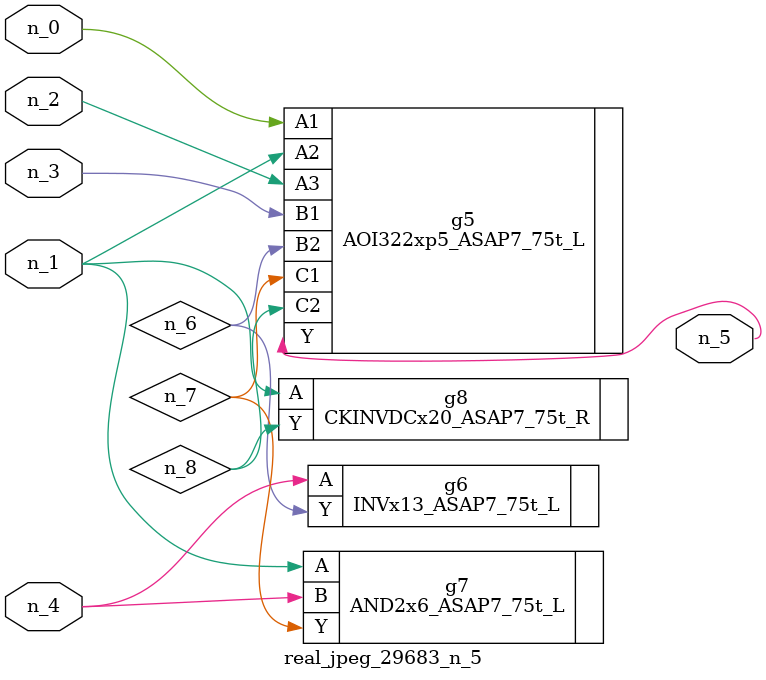
<source format=v>
module real_jpeg_29683_n_5 (n_4, n_0, n_1, n_2, n_3, n_5);

input n_4;
input n_0;
input n_1;
input n_2;
input n_3;

output n_5;

wire n_8;
wire n_6;
wire n_7;

AOI322xp5_ASAP7_75t_L g5 ( 
.A1(n_0),
.A2(n_1),
.A3(n_2),
.B1(n_3),
.B2(n_6),
.C1(n_7),
.C2(n_8),
.Y(n_5)
);

AND2x6_ASAP7_75t_L g7 ( 
.A(n_1),
.B(n_4),
.Y(n_7)
);

CKINVDCx20_ASAP7_75t_R g8 ( 
.A(n_1),
.Y(n_8)
);

INVx13_ASAP7_75t_L g6 ( 
.A(n_4),
.Y(n_6)
);


endmodule
</source>
